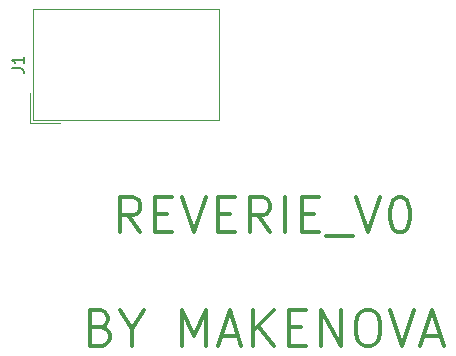
<source format=gbr>
G04 #@! TF.GenerationSoftware,KiCad,Pcbnew,(5.1.4-0-10_14)*
G04 #@! TF.CreationDate,2020-05-24T15:52:24-05:00*
G04 #@! TF.ProjectId,reverie,72657665-7269-4652-9e6b-696361645f70,rev?*
G04 #@! TF.SameCoordinates,Original*
G04 #@! TF.FileFunction,Legend,Top*
G04 #@! TF.FilePolarity,Positive*
%FSLAX46Y46*%
G04 Gerber Fmt 4.6, Leading zero omitted, Abs format (unit mm)*
G04 Created by KiCad (PCBNEW (5.1.4-0-10_14)) date 2020-05-24 15:52:24*
%MOMM*%
%LPD*%
G04 APERTURE LIST*
%ADD10C,0.300000*%
%ADD11C,0.120000*%
%ADD12C,0.150000*%
G04 APERTURE END LIST*
D10*
X52746000Y-109206142D02*
X51746000Y-107777571D01*
X51031714Y-109206142D02*
X51031714Y-106206142D01*
X52174571Y-106206142D01*
X52460285Y-106349000D01*
X52603142Y-106491857D01*
X52746000Y-106777571D01*
X52746000Y-107206142D01*
X52603142Y-107491857D01*
X52460285Y-107634714D01*
X52174571Y-107777571D01*
X51031714Y-107777571D01*
X54031714Y-107634714D02*
X55031714Y-107634714D01*
X55460285Y-109206142D02*
X54031714Y-109206142D01*
X54031714Y-106206142D01*
X55460285Y-106206142D01*
X56317428Y-106206142D02*
X57317428Y-109206142D01*
X58317428Y-106206142D01*
X59317428Y-107634714D02*
X60317428Y-107634714D01*
X60746000Y-109206142D02*
X59317428Y-109206142D01*
X59317428Y-106206142D01*
X60746000Y-106206142D01*
X63746000Y-109206142D02*
X62746000Y-107777571D01*
X62031714Y-109206142D02*
X62031714Y-106206142D01*
X63174571Y-106206142D01*
X63460285Y-106349000D01*
X63603142Y-106491857D01*
X63746000Y-106777571D01*
X63746000Y-107206142D01*
X63603142Y-107491857D01*
X63460285Y-107634714D01*
X63174571Y-107777571D01*
X62031714Y-107777571D01*
X65031714Y-109206142D02*
X65031714Y-106206142D01*
X66460285Y-107634714D02*
X67460285Y-107634714D01*
X67888857Y-109206142D02*
X66460285Y-109206142D01*
X66460285Y-106206142D01*
X67888857Y-106206142D01*
X68460285Y-109491857D02*
X70746000Y-109491857D01*
X71031714Y-106206142D02*
X72031714Y-109206142D01*
X73031714Y-106206142D01*
X74603142Y-106206142D02*
X74888857Y-106206142D01*
X75174571Y-106349000D01*
X75317428Y-106491857D01*
X75460285Y-106777571D01*
X75603142Y-107349000D01*
X75603142Y-108063285D01*
X75460285Y-108634714D01*
X75317428Y-108920428D01*
X75174571Y-109063285D01*
X74888857Y-109206142D01*
X74603142Y-109206142D01*
X74317428Y-109063285D01*
X74174571Y-108920428D01*
X74031714Y-108634714D01*
X73888857Y-108063285D01*
X73888857Y-107349000D01*
X74031714Y-106777571D01*
X74174571Y-106491857D01*
X74317428Y-106349000D01*
X74603142Y-106206142D01*
X49460285Y-117234714D02*
X49888857Y-117377571D01*
X50031714Y-117520428D01*
X50174571Y-117806142D01*
X50174571Y-118234714D01*
X50031714Y-118520428D01*
X49888857Y-118663285D01*
X49603142Y-118806142D01*
X48460285Y-118806142D01*
X48460285Y-115806142D01*
X49460285Y-115806142D01*
X49746000Y-115949000D01*
X49888857Y-116091857D01*
X50031714Y-116377571D01*
X50031714Y-116663285D01*
X49888857Y-116949000D01*
X49746000Y-117091857D01*
X49460285Y-117234714D01*
X48460285Y-117234714D01*
X52031714Y-117377571D02*
X52031714Y-118806142D01*
X51031714Y-115806142D02*
X52031714Y-117377571D01*
X53031714Y-115806142D01*
X56317428Y-118806142D02*
X56317428Y-115806142D01*
X57317428Y-117949000D01*
X58317428Y-115806142D01*
X58317428Y-118806142D01*
X59603142Y-117949000D02*
X61031714Y-117949000D01*
X59317428Y-118806142D02*
X60317428Y-115806142D01*
X61317428Y-118806142D01*
X62317428Y-118806142D02*
X62317428Y-115806142D01*
X64031714Y-118806142D02*
X62746000Y-117091857D01*
X64031714Y-115806142D02*
X62317428Y-117520428D01*
X65317428Y-117234714D02*
X66317428Y-117234714D01*
X66746000Y-118806142D02*
X65317428Y-118806142D01*
X65317428Y-115806142D01*
X66746000Y-115806142D01*
X68031714Y-118806142D02*
X68031714Y-115806142D01*
X69746000Y-118806142D01*
X69746000Y-115806142D01*
X71746000Y-115806142D02*
X72317428Y-115806142D01*
X72603142Y-115949000D01*
X72888857Y-116234714D01*
X73031714Y-116806142D01*
X73031714Y-117806142D01*
X72888857Y-118377571D01*
X72603142Y-118663285D01*
X72317428Y-118806142D01*
X71746000Y-118806142D01*
X71460285Y-118663285D01*
X71174571Y-118377571D01*
X71031714Y-117806142D01*
X71031714Y-116806142D01*
X71174571Y-116234714D01*
X71460285Y-115949000D01*
X71746000Y-115806142D01*
X73888857Y-115806142D02*
X74888857Y-118806142D01*
X75888857Y-115806142D01*
X76746000Y-117949000D02*
X78174571Y-117949000D01*
X76460285Y-118806142D02*
X77460285Y-115806142D01*
X78460285Y-118806142D01*
D11*
X43672000Y-90321000D02*
X59452000Y-90321000D01*
X59452000Y-90321000D02*
X59452000Y-99671000D01*
X59452000Y-99671000D02*
X43672000Y-99671000D01*
X43672000Y-99671000D02*
X43672000Y-90321000D01*
X43422000Y-99921000D02*
X45962000Y-99921000D01*
X43422000Y-99921000D02*
X43422000Y-97381000D01*
D12*
X41870380Y-95329333D02*
X42584666Y-95329333D01*
X42727523Y-95376952D01*
X42822761Y-95472190D01*
X42870380Y-95615047D01*
X42870380Y-95710285D01*
X42870380Y-94329333D02*
X42870380Y-94900761D01*
X42870380Y-94615047D02*
X41870380Y-94615047D01*
X42013238Y-94710285D01*
X42108476Y-94805523D01*
X42156095Y-94900761D01*
M02*

</source>
